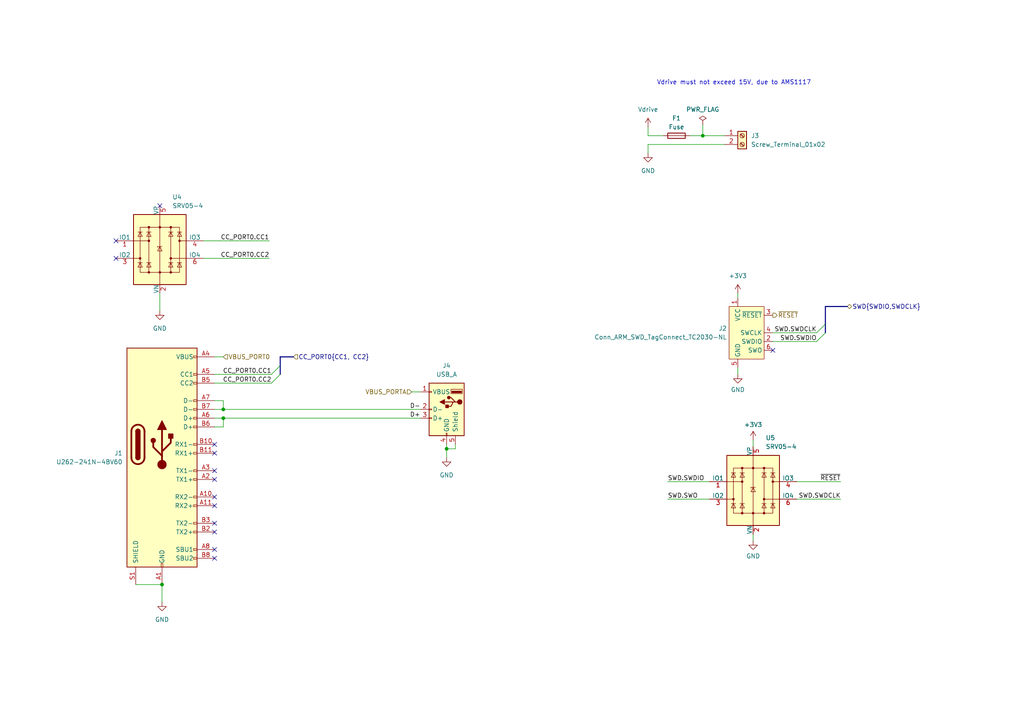
<source format=kicad_sch>
(kicad_sch (version 20230121) (generator eeschema)
  (paper "A4")
  (lib_symbols
    (symbol "Connector:Conn_ARM_SWD_TagConnect_TC2030-NL" (in_bom no)
      (property "Reference" "J" (at 2.54 11.43 0))
      (property "Value" "Conn_ARM_SWD_TagConnect_TC2030-NL" (at 2.54 8.89 0))
      (symbol "Conn_ARM_SWD_TagConnect_TC2030-NL_0_0"
        (pin power_in line (at -2.54 10.16 270) (length 2.54) (name "VCC") (number "1"))
        (pin bidirectional line (at 7.62 -2.54 180) (length 2.54) (name "SWDIO") (number "2"))
        (pin open_collector line (at 7.62 5.08 180) (length 2.54) (name "~{RESET}") (number "3"))
        (pin output line (at 7.62 0 180) (length 2.54) (name "SWCLK") (number "4"))
        (pin power_in line (at -2.54 -10.16 90) (length 2.54) (name "GND") (number "5"))
        (pin input line (at 7.62 -5.08 180) (length 2.54) (name "SWO") (number "6"))
      )
      (symbol "Conn_ARM_SWD_TagConnect_TC2030-NL_0_1"
        (rectangle (start -5.08 7.62) (end 5.08 -7.62) (fill (type background)))
      )
    )
    (symbol "Connector:Screw_Terminal_01x02" (pin_names (offset 1.016) hide)
      (property "Reference" "J" (at 0 2.54 0))
      (property "Value" "Screw_Terminal_01x02" (at 0 -5.08 0))
      (symbol "Screw_Terminal_01x02_1_1"
        (rectangle (start -1.27 1.27) (end 1.27 -3.81) (stroke (width 0.254)) (fill (type background)))
        (circle (center 0 -2.54) (radius 0.635) (stroke (width 0.1524)))
        (polyline (pts (xy -0.5334 -2.2098) (xy 0.3302 -3.048)) (stroke (width 0.1524)))
        (polyline (pts (xy -0.5334 0.3302) (xy 0.3302 -0.508)) (stroke (width 0.1524)))
        (polyline (pts (xy -0.3556 -2.032) (xy 0.508 -2.8702)) (stroke (width 0.1524)))
        (polyline (pts (xy -0.3556 0.508) (xy 0.508 -0.3302)) (stroke (width 0.1524)))
        (circle (center 0 0) (radius 0.635) (stroke (width 0.1524)))
        (pin passive line (at -5.08 0 0) (length 3.81) (name "Pin_1") (number "1"))
        (pin passive line (at -5.08 -2.54 0) (length 3.81) (name "Pin_2") (number "2"))
      )
    )
    (symbol "Connector:USB_A" (pin_names (offset 1.016))
      (property "Reference" "J4" (at 2.54 12.7 0))
      (property "Value" "USB_A" (at 2.54 10.16 0))
      (symbol "USB_A_0_1"
        (rectangle (start -2.54 7.62) (end 7.62 -7.62) (stroke (width 0.254)) (fill (type background)))
        (rectangle (start -1.778 -2.413) (end -2.54 -2.667))
        (rectangle (start -1.778 0.127) (end -2.54 -0.127))
        (rectangle (start -1.778 5.207) (end -2.54 4.953))
        (polyline (pts (xy 1.905 2.794) (xy 1.905 1.524) (xy 0.635 2.159) (xy 1.905 2.794)) (stroke (width 0.254)) (fill (type outline)))
        (polyline (pts (xy 5.08 2.159) (xy 4.445 2.159) (xy 3.81 0.889) (xy 2.54 0.889)) (stroke (width 0.254)))
        (polyline (pts (xy 5.715 2.159) (xy 5.08 2.159) (xy 3.81 3.429) (xy 3.175 3.429)) (stroke (width 0.254)))
        (rectangle (start 2.413 -6.858) (end 2.667 -7.62))
        (rectangle (start 3.048 0.508) (end 2.286 1.27) (stroke (width 0.254)) (fill (type outline)))
        (circle (center 3.175 3.429) (radius 0.381) (stroke (width 0.254)) (fill (type outline)))
        (circle (center 6.35 2.159) (radius 0.635) (stroke (width 0.254)) (fill (type outline)))
        (rectangle (start 6.858 5.334) (end 4.064 4.826) (fill (type outline)))
        (rectangle (start 7.112 5.842) (end 3.81 4.572))
      )
      (symbol "USB_A_1_1"
        (polyline (pts (xy 4.445 2.159) (xy 1.905 2.159)) (stroke (width 0.254)))
        (pin power_in line (at -5.08 5.08 0) (length 2.54) (name "VBUS") (number "1"))
        (pin bidirectional line (at -5.08 0 0) (length 2.54) (name "D-") (number "2"))
        (pin bidirectional line (at -5.08 -2.54 0) (length 2.54) (name "D+") (number "3"))
        (pin power_in line (at 2.54 -10.16 90) (length 2.54) (name "GND") (number "4"))
        (pin passive line (at 5.08 -10.16 90) (length 2.54) (name "Shield") (number "5"))
      )
    )
    (symbol "Connector:USB_C_Receptacle" (pin_names (offset 1.016))
      (property "Reference" "J" (at -10.16 29.21 0))
      (property "Value" "USB_C_Receptacle" (at 10.16 29.21 0))
      (symbol "USB_C_Receptacle_0_0"
        (rectangle (start -0.254 -35.56) (end 0.254 -34.544))
        (rectangle (start 10.16 -32.766) (end 9.144 -33.274))
        (rectangle (start 10.16 -30.226) (end 9.144 -30.734))
        (rectangle (start 10.16 -25.146) (end 9.144 -25.654))
        (rectangle (start 10.16 -22.606) (end 9.144 -23.114))
        (rectangle (start 10.16 -17.526) (end 9.144 -18.034))
        (rectangle (start 10.16 -14.986) (end 9.144 -15.494))
        (rectangle (start 10.16 -9.906) (end 9.144 -10.414))
        (rectangle (start 10.16 -7.366) (end 9.144 -7.874))
        (rectangle (start 10.16 -2.286) (end 9.144 -2.794))
        (rectangle (start 10.16 0.254) (end 9.144 -0.254))
        (rectangle (start 10.16 5.334) (end 9.144 4.826))
        (rectangle (start 10.16 7.874) (end 9.144 7.366))
        (rectangle (start 10.16 10.414) (end 9.144 9.906))
        (rectangle (start 10.16 12.954) (end 9.144 12.446))
        (rectangle (start 10.16 18.034) (end 9.144 17.526))
        (rectangle (start 10.16 20.574) (end 9.144 20.066))
        (rectangle (start 10.16 25.654) (end 9.144 25.146))
      )
      (symbol "USB_C_Receptacle_0_1"
        (rectangle (start -10.16 27.94) (end 10.16 -35.56) (stroke (width 0.254)) (fill (type background)))
        (arc (start -8.89 -3.81) (mid -6.985 -5.7067) (end -5.08 -3.81) (stroke (width 0.508)))
        (arc (start -7.62 -3.81) (mid -6.985 -4.4423) (end -6.35 -3.81) (stroke (width 0.254)))
        (arc (start -7.62 -3.81) (mid -6.985 -4.4423) (end -6.35 -3.81) (stroke (width 0.254)) (fill (type outline)))
        (rectangle (start -7.62 -3.81) (end -6.35 3.81) (stroke (width 0.254)) (fill (type outline)))
        (arc (start -6.35 3.81) (mid -6.985 4.4423) (end -7.62 3.81) (stroke (width 0.254)))
        (arc (start -6.35 3.81) (mid -6.985 4.4423) (end -7.62 3.81) (stroke (width 0.254)) (fill (type outline)))
        (arc (start -5.08 3.81) (mid -6.985 5.7067) (end -8.89 3.81) (stroke (width 0.508)))
        (polyline (pts (xy -8.89 -3.81) (xy -8.89 3.81)) (stroke (width 0.508)))
        (polyline (pts (xy -5.08 3.81) (xy -5.08 -3.81)) (stroke (width 0.508)))
      )
      (symbol "USB_C_Receptacle_1_1"
        (circle (center -2.54 1.143) (radius 0.635) (stroke (width 0.254)) (fill (type outline)))
        (circle (center 0 -5.842) (radius 1.27) (fill (type outline)))
        (polyline (pts (xy 0 -5.842) (xy 0 4.318)) (stroke (width 0.508)))
        (polyline (pts (xy 0 -3.302) (xy -2.54 -0.762) (xy -2.54 0.508)) (stroke (width 0.508)))
        (polyline (pts (xy 0 -2.032) (xy 2.54 0.508) (xy 2.54 1.778)) (stroke (width 0.508)))
        (polyline (pts (xy -1.27 4.318) (xy 0 6.858) (xy 1.27 4.318) (xy -1.27 4.318)) (stroke (width 0.254)) (fill (type outline)))
        (rectangle (start 1.905 1.778) (end 3.175 3.048) (stroke (width 0.254)) (fill (type outline)))
        (pin passive line (at 0 -40.64 90) (length 5.08) (name "GND") (number "A1"))
        (pin bidirectional line (at 15.24 -15.24 180) (length 5.08) (name "RX2-") (number "A10"))
        (pin bidirectional line (at 15.24 -17.78 180) (length 5.08) (name "RX2+") (number "A11"))
        (pin passive line (at 0 -40.64 90) (length 5.08) hide (name "GND") (number "A12"))
        (pin bidirectional line (at 15.24 -10.16 180) (length 5.08) (name "TX1+") (number "A2"))
        (pin bidirectional line (at 15.24 -7.62 180) (length 5.08) (name "TX1-") (number "A3"))
        (pin passive line (at 15.24 25.4 180) (length 5.08) (name "VBUS") (number "A4"))
        (pin bidirectional line (at 15.24 20.32 180) (length 5.08) (name "CC1") (number "A5"))
        (pin bidirectional line (at 15.24 7.62 180) (length 5.08) (name "D+") (number "A6"))
        (pin bidirectional line (at 15.24 12.7 180) (length 5.08) (name "D-") (number "A7"))
        (pin bidirectional line (at 15.24 -30.48 180) (length 5.08) (name "SBU1") (number "A8"))
        (pin passive line (at 15.24 25.4 180) (length 5.08) hide (name "VBUS") (number "A9"))
        (pin passive line (at 0 -40.64 90) (length 5.08) hide (name "GND") (number "B1"))
        (pin bidirectional line (at 15.24 0 180) (length 5.08) (name "RX1-") (number "B10"))
        (pin bidirectional line (at 15.24 -2.54 180) (length 5.08) (name "RX1+") (number "B11"))
        (pin passive line (at 0 -40.64 90) (length 5.08) hide (name "GND") (number "B12"))
        (pin bidirectional line (at 15.24 -25.4 180) (length 5.08) (name "TX2+") (number "B2"))
        (pin bidirectional line (at 15.24 -22.86 180) (length 5.08) (name "TX2-") (number "B3"))
        (pin passive line (at 15.24 25.4 180) (length 5.08) hide (name "VBUS") (number "B4"))
        (pin bidirectional line (at 15.24 17.78 180) (length 5.08) (name "CC2") (number "B5"))
        (pin bidirectional line (at 15.24 5.08 180) (length 5.08) (name "D+") (number "B6"))
        (pin bidirectional line (at 15.24 10.16 180) (length 5.08) (name "D-") (number "B7"))
        (pin bidirectional line (at 15.24 -33.02 180) (length 5.08) (name "SBU2") (number "B8"))
        (pin passive line (at 15.24 25.4 180) (length 5.08) hide (name "VBUS") (number "B9"))
        (pin passive line (at -7.62 -40.64 90) (length 5.08) (name "SHIELD") (number "S1"))
      )
    )
    (symbol "Device:Fuse" (pin_numbers hide) (pin_names (offset 0))
      (property "Reference" "F" (at 2.032 0 90))
      (property "Value" "Fuse" (at -1.905 0 90))
      (symbol "Fuse_0_1"
        (rectangle (start -0.762 -2.54) (end 0.762 2.54) (stroke (width 0.254)))
        (polyline (pts (xy 0 2.54) (xy 0 -2.54)))
      )
      (symbol "Fuse_1_1"
        (pin passive line (at 0 3.81 270) (length 1.27) (name "~") (number "1"))
        (pin passive line (at 0 -3.81 90) (length 1.27) (name "~") (number "2"))
      )
    )
    (symbol "Power_Protection:SRV05-4" (pin_names (offset 0))
      (property "Reference" "U" (at -5.08 11.43 0))
      (property "Value" "SRV05-4" (at 2.54 11.43 0))
      (symbol "SRV05-4_0_0"
        (rectangle (start -5.715 6.477) (end 5.715 -6.604))
        (polyline (pts (xy -3.175 -6.604) (xy -3.175 6.477)))
        (polyline (pts (xy 3.175 6.477) (xy 3.175 -6.604)))
      )
      (symbol "SRV05-4_0_1"
        (rectangle (start -7.62 10.16) (end 7.62 -10.16) (stroke (width 0.254)) (fill (type background)))
        (circle (center -5.715 -2.54) (radius 0.2794) (fill (type outline)))
        (circle (center -3.175 -6.604) (radius 0.2794) (fill (type outline)))
        (circle (center -3.175 2.54) (radius 0.2794) (fill (type outline)))
        (circle (center -3.175 6.477) (radius 0.2794) (fill (type outline)))
        (circle (center 0 -6.604) (radius 0.2794) (fill (type outline)))
        (polyline (pts (xy -7.747 2.54) (xy -3.175 2.54)))
        (polyline (pts (xy -7.62 -2.54) (xy -5.715 -2.54)))
        (polyline (pts (xy -5.08 -3.81) (xy -6.35 -3.81)))
        (polyline (pts (xy -5.08 5.08) (xy -6.35 5.08)))
        (polyline (pts (xy -2.54 -3.81) (xy -3.81 -3.81)))
        (polyline (pts (xy -2.54 5.08) (xy -3.81 5.08)))
        (polyline (pts (xy 0 10.16) (xy 0 -10.16)))
        (polyline (pts (xy 3.81 -3.81) (xy 2.54 -3.81)))
        (polyline (pts (xy 3.81 5.08) (xy 2.54 5.08)))
        (polyline (pts (xy 6.35 -3.81) (xy 5.08 -3.81)))
        (polyline (pts (xy 6.35 5.08) (xy 5.08 5.08)))
        (polyline (pts (xy 7.62 -2.54) (xy 3.175 -2.54)))
        (polyline (pts (xy 7.62 2.54) (xy 5.715 2.54)))
        (polyline (pts (xy 0.635 0.889) (xy -0.635 0.889) (xy -0.635 0.635)))
        (polyline (pts (xy -5.08 -5.08) (xy -6.35 -5.08) (xy -5.715 -3.81) (xy -5.08 -5.08)))
        (polyline (pts (xy -5.08 3.81) (xy -6.35 3.81) (xy -5.715 5.08) (xy -5.08 3.81)))
        (polyline (pts (xy -2.54 -5.08) (xy -3.81 -5.08) (xy -3.175 -3.81) (xy -2.54 -5.08)))
        (polyline (pts (xy -2.54 3.81) (xy -3.81 3.81) (xy -3.175 5.08) (xy -2.54 3.81)))
        (polyline (pts (xy 0.635 -0.381) (xy -0.635 -0.381) (xy 0 0.889) (xy 0.635 -0.381)))
        (polyline (pts (xy 3.81 -5.08) (xy 2.54 -5.08) (xy 3.175 -3.81) (xy 3.81 -5.08)))
        (polyline (pts (xy 3.81 3.81) (xy 2.54 3.81) (xy 3.175 5.08) (xy 3.81 3.81)))
        (polyline (pts (xy 6.35 -5.08) (xy 5.08 -5.08) (xy 5.715 -3.81) (xy 6.35 -5.08)))
        (polyline (pts (xy 6.35 3.81) (xy 5.08 3.81) (xy 5.715 5.08) (xy 6.35 3.81)))
        (circle (center 0 6.477) (radius 0.2794) (fill (type outline)))
        (circle (center 3.175 -6.604) (radius 0.2794) (fill (type outline)))
        (circle (center 3.175 -2.54) (radius 0.2794) (fill (type outline)))
        (circle (center 3.175 6.477) (radius 0.2794) (fill (type outline)))
        (circle (center 5.715 2.54) (radius 0.2794) (fill (type outline)))
      )
      (symbol "SRV05-4_1_1"
        (pin passive line (at -12.7 2.54 0) (length 5.08) (name "IO1") (number "1"))
        (pin passive line (at 0 -12.7 90) (length 2.54) (name "VN") (number "2"))
        (pin passive line (at -12.7 -2.54 0) (length 5.08) (name "IO2") (number "3"))
        (pin passive line (at 12.7 2.54 180) (length 5.08) (name "IO3") (number "4"))
        (pin passive line (at 0 12.7 270) (length 2.54) (name "VP") (number "5"))
        (pin passive line (at 12.7 -2.54 180) (length 5.08) (name "IO4") (number "6"))
      )
    )
    (symbol "power:+3V3" (power) (pin_names (offset 0))
      (property "Value" "+3V3" (at 0 3.556 0))
      (symbol "+3V3_0_1"
        (polyline (pts (xy -0.762 1.27) (xy 0 2.54)))
        (polyline (pts (xy 0 0) (xy 0 2.54)))
        (polyline (pts (xy 0 2.54) (xy 0.762 1.27)))
      )
      (symbol "+3V3_1_1"
        (pin power_in line (at 0 0 90) (length 0) hide (name "+3V3") (number "1"))
      )
    )
    (symbol "power:GND" (power) (pin_names (offset 0))
      (property "Value" "GND" (at 0 -3.81 0))
      (symbol "GND_0_1"
        (polyline (pts (xy 0 0) (xy 0 -1.27) (xy 1.27 -1.27) (xy 0 -2.54) (xy -1.27 -1.27) (xy 0 -1.27)))
      )
      (symbol "GND_1_1"
        (pin power_in line (at 0 0 270) (length 0) hide (name "GND") (number "1"))
      )
    )
    (symbol "power:PWR_FLAG" (power) (pin_numbers hide) (pin_names (offset 0) hide)
      (property "Value" "PWR_FLAG" (at 0 3.81 0))
      (symbol "PWR_FLAG_0_0"
        (pin power_out line (at 0 0 90) (length 0) (name "pwr") (number "1"))
      )
      (symbol "PWR_FLAG_0_1"
        (polyline (pts (xy 0 0) (xy 0 1.27) (xy -1.016 1.905) (xy 0 2.54) (xy 1.016 1.905) (xy 0 1.27)))
      )
    )
    (symbol "power:Vdrive" (power) (pin_names (offset 0))
      (property "Value" "Vdrive" (at 0 3.81 0))
      (symbol "Vdrive_0_1"
        (polyline (pts (xy -0.762 1.27) (xy 0 2.54)))
        (polyline (pts (xy 0 0) (xy 0 2.54)))
        (polyline (pts (xy 0 2.54) (xy 0.762 1.27)))
      )
      (symbol "Vdrive_1_1"
        (pin power_in line (at 0 0 90) (length 0) hide (name "Vdrive") (number "1"))
      )
    )
  )
  (junction (at 46.99 169.545))
  (junction (at 64.77 118.745))
  (junction (at 203.835 39.37))
  (junction (at 129.54 130.175))
  (junction (at 64.77 121.285))
  (no_connect (at 62.23 154.305))
  (no_connect (at 62.23 161.925))
  (no_connect (at 33.655 74.93))
  (no_connect (at 62.23 131.445))
  (no_connect (at 62.23 128.905))
  (no_connect (at 33.655 69.85))
  (no_connect (at 62.23 146.685))
  (no_connect (at 224.155 101.6))
  (no_connect (at 46.355 59.69))
  (no_connect (at 62.23 159.385))
  (no_connect (at 62.23 136.525))
  (no_connect (at 62.23 151.765))
  (no_connect (at 62.23 144.145))
  (no_connect (at 62.23 139.065))
  (bus_entry (at 239.395 93.98) (size -2.54 2.54))
  (bus_entry (at 239.395 96.52) (size -2.54 2.54))
  (bus_entry (at 78.74 108.585) (size 2.54 -2.54))
  (bus_entry (at 78.74 111.125) (size 2.54 -2.54))
  (wire (pts (xy 62.23 108.585) (xy 78.74 108.585)))
  (wire (pts (xy 203.835 36.195) (xy 203.835 39.37)))
  (bus (pts (xy 239.395 93.98) (xy 239.395 96.52)))
  (wire (pts (xy 236.855 99.06) (xy 224.155 99.06)))
  (wire (pts (xy 218.44 127.635) (xy 218.44 129.54)))
  (wire (pts (xy 119.38 113.665) (xy 121.92 113.665)))
  (bus (pts (xy 81.28 103.505) (xy 85.09 103.505)))
  (wire (pts (xy 59.055 69.85) (xy 78.105 69.85)))
  (wire (pts (xy 231.14 144.78) (xy 243.84 144.78)))
  (wire (pts (xy 187.96 41.91) (xy 210.185 41.91)))
  (bus (pts (xy 239.395 88.9) (xy 239.395 93.98)))
  (wire (pts (xy 236.855 96.52) (xy 224.155 96.52)))
  (wire (pts (xy 129.54 130.175) (xy 129.54 132.715)))
  (bus (pts (xy 81.28 103.505) (xy 81.28 106.045)))
  (wire (pts (xy 187.96 44.45) (xy 187.96 41.91)))
  (wire (pts (xy 46.355 85.09) (xy 46.355 90.17)))
  (wire (pts (xy 132.08 130.175) (xy 129.54 130.175)))
  (wire (pts (xy 203.835 39.37) (xy 210.185 39.37)))
  (wire (pts (xy 132.08 128.905) (xy 132.08 130.175)))
  (wire (pts (xy 231.14 139.7) (xy 243.84 139.7)))
  (wire (pts (xy 46.99 169.545) (xy 46.99 174.625)))
  (wire (pts (xy 64.77 118.745) (xy 62.23 118.745)))
  (wire (pts (xy 213.995 106.68) (xy 213.995 108.585)))
  (wire (pts (xy 64.77 121.285) (xy 64.77 123.825)))
  (wire (pts (xy 62.23 121.285) (xy 64.77 121.285)))
  (wire (pts (xy 218.44 154.94) (xy 218.44 156.845)))
  (wire (pts (xy 62.23 116.205) (xy 64.77 116.205)))
  (wire (pts (xy 39.37 169.545) (xy 46.99 169.545)))
  (wire (pts (xy 59.055 74.93) (xy 78.105 74.93)))
  (wire (pts (xy 64.77 121.285) (xy 121.92 121.285)))
  (bus (pts (xy 245.745 88.9) (xy 239.395 88.9)))
  (wire (pts (xy 129.54 128.905) (xy 129.54 130.175)))
  (wire (pts (xy 64.77 118.745) (xy 121.92 118.745)))
  (wire (pts (xy 187.96 39.37) (xy 192.405 39.37)))
  (wire (pts (xy 64.77 116.205) (xy 64.77 118.745)))
  (wire (pts (xy 213.995 85.09) (xy 213.995 86.36)))
  (bus (pts (xy 81.28 106.045) (xy 81.28 108.585)))
  (wire (pts (xy 200.025 39.37) (xy 203.835 39.37)))
  (wire (pts (xy 62.23 103.505) (xy 64.77 103.505)))
  (wire (pts (xy 193.675 139.7) (xy 205.74 139.7)))
  (wire (pts (xy 187.96 36.83) (xy 187.96 39.37)))
  (wire (pts (xy 62.23 111.125) (xy 78.74 111.125)))
  (wire (pts (xy 193.675 144.78) (xy 205.74 144.78)))
  (wire (pts (xy 64.77 123.825) (xy 62.23 123.825)))
  (text "Vdrive must not exceed 15V, due to AMS1117" (at 190.5 24.765 0) (effects (font (size 1.27 1.27)) (justify left bottom)))
  (label "D+" (at 121.92 121.285 180))
  (label "CC_PORT0.CC2" (at 78.74 111.125 180))
  (label "CC_PORT0.CC1" (at 78.105 69.85 180))
  (label "~{RESET}" (at 243.84 139.7 180))
  (label "SWD.SWDIO" (at 236.855 99.06 180))
  (label "SWD.SWDIO" (at 193.675 139.7 0))
  (label "SWD.SWO" (at 193.675 144.78 0))
  (label "SWD.SWDCLK" (at 236.855 96.52 180))
  (label "SWD.SWDCLK" (at 243.84 144.78 180))
  (label "D-" (at 121.92 118.745 180))
  (label "CC_PORT0.CC1" (at 78.74 108.585 180))
  (label "CC_PORT0.CC2" (at 78.105 74.93 180))
  (hierarchical_label "VBUS_PORT0" (shape input) (at 64.77 103.505 0))
  (hierarchical_label "VBUS_PORTA" (shape input) (at 119.38 113.665 180))
  (hierarchical_label "SWD{SWDIO,SWDCLK}" (shape bidirectional) (at 245.745 88.9 0))
  (hierarchical_label "CC_PORT0{CC1, CC2}" (shape input) (at 85.09 103.505 0))
  (hierarchical_label "~{RESET}" (shape output) (at 224.155 91.44 0))
  (symbol (lib_id "power:GND") (at 187.96 44.45 0) (unit 1)
    (property "Reference" "#PWR08" (effects hide))
    (property "Value" "GND" (at 187.96 49.53 0))
  )
  (symbol (lib_id "power:GND") (at 46.355 90.17 0) (unit 1)
    (property "Reference" "#PWR012" (effects hide))
    (property "Value" "GND" (at 46.355 95.25 0))
  )
  (symbol (lib_id "power:PWR_FLAG") (at 203.835 36.195 0) (unit 1)
    (property "Reference" "#FLG02" (effects hide))
    (property "Value" "PWR_FLAG" (at 203.835 31.75 0))
  )
  (symbol (lib_id "power:+3V3") (at 213.995 85.09 0) (unit 1)
    (property "Reference" "#PWR017" (effects hide))
    (property "Value" "+3V3" (at 213.995 80.01 0))
  )
  (symbol (lib_id "power:GND") (at 129.54 132.715 0) (unit 1)
    (property "Reference" "#PWR03" (effects hide))
    (property "Value" "GND" (at 129.54 137.795 0))
  )
  (symbol (lib_id "power:GND") (at 218.44 156.845 0) (unit 1)
    (property "Reference" "#PWR025" (effects hide))
    (property "Value" "GND" (at 218.44 161.29 0))
  )
  (symbol (lib_id "power:GND") (at 46.99 174.625 0) (unit 1)
    (property "Reference" "#PWR02" (effects hide))
    (property "Value" "GND" (at 46.99 179.705 0))
  )
  (symbol (lib_id "power:GND") (at 213.995 108.585 0) (unit 1)
    (property "Reference" "#PWR023" (effects hide))
    (property "Value" "GND" (at 213.995 113.03 0))
  )
  (symbol (lib_id "Connector:Conn_ARM_SWD_TagConnect_TC2030-NL") (at 216.535 96.52 0) (unit 1) (in_bom no)
    (property "Reference" "J2" (at 210.82 95.25 0) (effects (justify right)))
    (property "Value" "Conn_ARM_SWD_TagConnect_TC2030-NL" (at 210.82 97.79 0) (effects (justify right)))
    (property "Footprint" "Connector:Tag-Connect_TC2030-IDC-NL_2x03_P1.27mm_Vertical" (effects hide))
    (property "Datasheet" "https://www.tag-connect.com/wp-content/uploads/bsk-pdf-manager/TC2030-CTX_1.pdf" (effects hide))
  )
  (symbol (lib_id "Power_Protection:SRV05-4") (at 46.355 72.39 0) (unit 1)
    (property "Reference" "U4" (at 49.9811 57.15 0) (effects (justify left)))
    (property "Value" "SRV05-4" (at 49.9811 59.69 0) (effects (justify left)))
    (property "Footprint" "Package_TO_SOT_SMD:SOT-23-6" (effects hide))
    (property "Datasheet" "http://www.onsemi.com/pub/Collateral/SRV05-4-D.PDF" (effects hide))
  )
  (symbol (lib_id "Connector:USB_A") (at 127 118.745 0) (unit 1)
    (property "Reference" "J4" (at 129.54 106.045 0))
    (property "Value" "USB_A" (at 129.54 108.585 0))
  )
  (symbol (lib_id "Connector:Screw_Terminal_01x02") (at 215.265 39.37 0) (unit 1)
    (property "Reference" "J3" (at 217.805 39.37 0) (effects (justify left)))
    (property "Value" "Screw_Terminal_01x02" (at 217.805 41.91 0) (effects (justify left)))
  )
  (symbol (lib_id "Device:Fuse") (at 196.215 39.37 90) (unit 1)
    (property "Reference" "F1" (at 196.215 34.29 90))
    (property "Value" "Fuse" (at 196.215 36.83 90))
  )
  (symbol (lib_id "Connector:USB_C_Receptacle") (at 46.99 128.905 0) (unit 1)
    (property "Reference" "J1" (at 35.56 131.445 0) (effects (justify right)))
    (property "Value" "U262-241N-4BV60" (at 35.56 133.985 0) (effects (justify right)))
    (property "Footprint" "Connector_USB:USB_C_Receptacle_Amphenol_12401548E4-2A" (effects hide))
    (property "Datasheet" "https://www.usb.org/sites/default/files/documents/usb_type-c.zip" (effects hide))
  )
  (symbol (lib_id "power:+3V3") (at 218.44 127.635 0) (unit 1)
    (property "Reference" "#PWR019" (effects hide))
    (property "Value" "+3V3" (at 218.44 123.19 0))
  )
  (symbol (lib_id "Power_Protection:SRV05-4") (at 218.44 142.24 0) (unit 1)
    (property "Reference" "U5" (at 222.0661 127 0) (effects (justify left)))
    (property "Value" "SRV05-4" (at 222.0661 129.54 0) (effects (justify left)))
    (property "Footprint" "Package_TO_SOT_SMD:SOT-23-6" (effects hide))
    (property "Datasheet" "http://www.onsemi.com/pub/Collateral/SRV05-4-D.PDF" (effects hide))
  )
  (symbol (lib_id "power:Vdrive") (at 187.96 36.83 0) (unit 1)
    (property "Reference" "#PWR09" (effects hide))
    (property "Value" "Vdrive" (at 187.96 31.75 0))
  )
)
</source>
